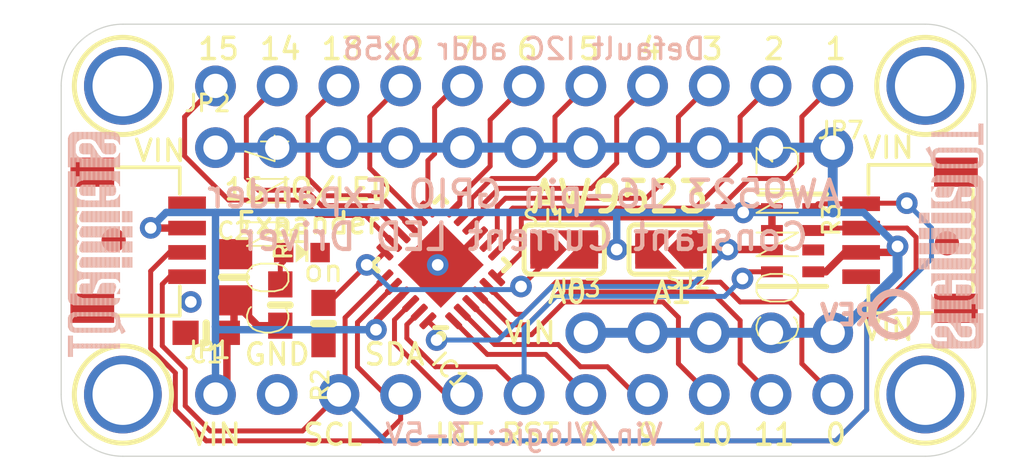
<source format=kicad_pcb>
(kicad_pcb (version 20211014) (generator pcbnew)
  (layers (0 "F.Cu" signal) (31 "B.Cu" signal) (34 "B.Paste" user) (35 "F.Paste" user) (36 "B.SilkS" user "B.Silkscreen") (37 "F.SilkS" user "F.Silkscreen") (38 "B.Mask" user) (39 "F.Mask" user) (44 "Edge.Cuts" user))
  (net 0 "")
  (net 1 "GND")
  (net 2 "SDA")
  (net 3 "SCL")
  (net 4 "INT")
  (net 5 "VCC")
  (net 6 "N$1")
  (net 7 "RST")
  (net 8 "P1_7")
  (net 9 "P1_6")
  (net 10 "P1_5")
  (net 11 "P1_4")
  (net 12 "P0_7")
  (net 13 "P0_6")
  (net 14 "P0_5")
  (net 15 "P0_4")
  (net 16 "P0_3")
  (net 17 "P0_2")
  (net 18 "P0_1")
  (net 19 "P1_0")
  (net 20 "P1_1")
  (net 21 "P1_2")
  (net 22 "P0_0")
  (net 23 "P1_3")
  (net 24 "A0")
  (net 25 "A1")
  (footprint "boardEagle:QFN24_4MM_SMSC" (layer "F.Cu") (at 145.0721 106.0196 135)
    (fp_text reference "IC1" (at -2.450001 -2.800002 -45) (layer "F.SilkS") (effects (font (size 0.692831 0.692831) (thickness 0.119969)) (justify left)))
    (fp_text value "AW9523")
    (pad "1" smd roundrect (at -2 -1.25 315) (size 0.8 0.28) (layers "F.Cu" "F.Paste" "F.Mask") (net 19 "P1_0"))
    (pad "2" smd roundrect (at -2 -0.75 315) (size 0.8 0.28) (layers "F.Cu" "F.Paste" "F.Mask") (net 20 "P1_1"))
    (pad "3" smd roundrect (at -2 -0.25 315) (size 0.8 0.28) (layers "F.Cu" "F.Paste" "F.Mask") (net 21 "P1_2"))
    (pad "4" smd roundrect (at -2 0.25 315) (size 0.8 0.28) (layers "F.Cu" "F.Paste" "F.Mask") (net 23 "P1_3"))
    (pad "5" smd roundrect (at -2 0.75 315) (size 0.8 0.28) (layers "F.Cu" "F.Paste" "F.Mask") (net 22 "P0_0"))
    (pad "6" smd roundrect (at -2 1.25 315) (size 0.8 0.28) (layers "F.Cu" "F.Paste" "F.Mask") (net 18 "P0_1"))
    (pad "7" smd roundrect (at -1.25 2 225) (size 0.8 0.28) (layers "F.Cu" "F.Paste" "F.Mask") (net 17 "P0_2"))
    (pad "8" smd roundrect (at -0.75 2 225) (size 0.8 0.28) (layers "F.Cu" "F.Paste" "F.Mask") (net 16 "P0_3"))
    (pad "9" smd roundrect (at -0.25 2 225) (size 0.8 0.28) (layers "F.Cu" "F.Paste" "F.Mask") (net 1 "GND"))
    (pad "10" smd roundrect (at 0.25 2 225) (size 0.8 0.28) (layers "F.Cu" "F.Paste" "F.Mask") (net 15 "P0_4"))
    (pad "11" smd roundrect (at 0.75 2 225) (size 0.8 0.28) (layers "F.Cu" "F.Paste" "F.Mask") (net 14 "P0_5"))
    (pad "12" smd roundrect (at 1.25 2 225) (size 0.8 0.28) (layers "F.Cu" "F.Paste" "F.Mask") (net 13 "P0_6"))
    (pad "13" smd roundrect (at 2 1.25 135) (size 0.8 0.28) (layers "F.Cu" "F.Paste" "F.Mask") (net 12 "P0_7"))
    (pad "14" smd roundrect (at 2 0.75 135) (size 0.8 0.28) (layers "F.Cu" "F.Paste" "F.Mask") (net 11 "P1_4"))
    (pad "15" smd roundrect (at 2 0.25 135) (size 0.8 0.28) (layers "F.Cu" "F.Paste" "F.Mask") (net 10 "P1_5"))
    (pad "16" smd roundrect (at 2 -0.25 135) (size 0.8 0.28) (layers "F.Cu" "F.Paste" "F.Mask") (net 9 "P1_6"))
    (pad "17" smd roundrect (at 2 -0.75 135) (size 0.8 0.28) (layers "F.Cu" "F.Paste" "F.Mask") (net 8 "P1_7"))
    (pad "18" smd roundrect (at 2 -1.25 135) (size 0.8 0.28) (layers "F.Cu" "F.Paste" "F.Mask") (net 24 "A0"))
    (pad "19" smd roundrect (at 1.25 -2 45) (size 0.8 0.28) (layers "F.Cu" "F.Paste" "F.Mask") (net 3 "SCL"))
    (pad "20" smd roundrect (at 0.75 -2 45) (size 0.8 0.28) (layers "F.Cu" "F.Paste" "F.Mask") (net 2 "SDA"))
    (pad "21" smd roundrect (at 0.25 -2 45) (size 0.8 0.28) (layers "F.Cu" "F.Paste" "F.Mask") (net 5 "VCC"))
    (pad "22" smd roundrect (at -0.25 -2 45) (size 0.8 0.28) (layers "F.Cu" "F.Paste" "F.Mask") (net 4 "INT"))
    (pad "23" smd roundrect (at -0.75 -2 45) (size 0.8 0.28) (layers "F.Cu" "F.Paste" "F.Mask") (net 7 "RST"))
    (pad "24" smd roundrect (at -1.25 -2 45) (size 0.8 0.28) (layers "F.Cu" "F.Paste" "F.Mask") (net 25 "A1"))
    (pad "THERM" smd rect (at 0 0 135) (size 2.5 2.5) (layers "F.Cu" "F.Mask") (net 1 "GND"))
  )
  (footprint "boardEagle:FIDUCIAL_1MM" (layer "F.Cu") (at 131.6101 105.0036)
    (fp_text reference "FID3" hide)
    (fp_text value "FIDUCIAL_1MM" hide)
    (pad "1" smd roundrect (at 0 0) (size 1 1) (layers "F.Cu" "F.Mask") (roundrect_rratio 0.5))
  )
  (footprint "boardEagle:JST_SH4" (layer "F.Cu") (at 132.1181 105.0036 -90)
    (fp_text reference "CONN4" (at -4.6 -5.9 90) (layer "F.SilkS") (effects (font (size 1.703222 1.703222) (thickness 0.074778)) (justify right)))
    (fp_text value "STEMMA_I2C_QT" hide)
    (pad "1" smd rect (at -1.5 -2.514) (size 1.55 0.6) (layers "F.Cu" "F.Paste" "F.Mask") (net 1 "GND"))
    (pad "2" smd rect (at -0.5 -2.514) (size 1.55 0.6) (layers "F.Cu" "F.Paste" "F.Mask") (net 5 "VCC"))
    (pad "3" smd rect (at 0.5 -2.514) (size 1.55 0.6) (layers "F.Cu" "F.Paste" "F.Mask") (net 2 "SDA"))
    (pad "4" smd rect (at 1.5 -2.514) (size 1.55 0.6) (layers "F.Cu" "F.Paste" "F.Mask") (net 3 "SCL"))
    (pad "MT1" smd rect (at -2.8 1.386) (size 1.8 1.2) (layers "F.Cu" "F.Paste" "F.Mask") (net 1 "GND"))
    (pad "MT2" smd rect (at 2.8 1.386) (size 1.8 1.2) (layers "F.Cu" "F.Paste" "F.Mask") (net 1 "GND"))
  )
  (footprint "boardEagle:0603-NO" (layer "F.Cu") (at 140.2461 108.4326 -90)
    (fp_text reference "R2" (at 1.778 0.127 90) (layer "F.SilkS") (effects (font (size 0.692831 0.692831) (thickness 0.119969)) (justify right)))
    (fp_text value "10K")
    (pad "1" smd rect (at -0.85 0 270) (size 1.075 1) (layers "F.Cu" "F.Paste" "F.Mask") (net 24 "A0"))
    (pad "2" smd rect (at 0.85 0 270) (size 1.075 1) (layers "F.Cu" "F.Paste" "F.Mask") (net 1 "GND"))
  )
  (footprint "boardEagle:JST_SH4" (layer "F.Cu") (at 164.8841 105.0036 90)
    (fp_text reference "CONN3" (at -4.6 -5.9 90) (layer "F.SilkS") (effects (font (size 1.703222 1.703222) (thickness 0.074778)) (justify left)))
    (fp_text value "STEMMA_I2C_QT" hide)
    (pad "1" smd rect (at -1.5 -2.514 180) (size 1.55 0.6) (layers "F.Cu" "F.Paste" "F.Mask") (net 1 "GND"))
    (pad "2" smd rect (at -0.5 -2.514 180) (size 1.55 0.6) (layers "F.Cu" "F.Paste" "F.Mask") (net 5 "VCC"))
    (pad "3" smd rect (at 0.5 -2.514 180) (size 1.55 0.6) (layers "F.Cu" "F.Paste" "F.Mask") (net 2 "SDA"))
    (pad "4" smd rect (at 1.5 -2.514 180) (size 1.55 0.6) (layers "F.Cu" "F.Paste" "F.Mask") (net 3 "SCL"))
    (pad "MT1" smd rect (at -2.8 1.386 180) (size 1.8 1.2) (layers "F.Cu" "F.Paste" "F.Mask") (net 1 "GND"))
    (pad "MT2" smd rect (at 2.8 1.386 180) (size 1.8 1.2) (layers "F.Cu" "F.Paste" "F.Mask") (net 1 "GND"))
  )
  (footprint "boardEagle:0805-NO" (layer "F.Cu") (at 136.5631 106.5276 90)
    (fp_text reference "C2" (at 1.905 -0.762) (layer "F.SilkS") (effects (font (size 0.692831 0.692831) (thickness 0.119969)) (justify left)))
    (fp_text value "10uF")
    (pad "1" smd rect (at -0.95 0 90) (size 1.24 1.5) (layers "F.Cu" "F.Paste" "F.Mask") (net 5 "VCC"))
    (pad "2" smd rect (at 0.95 0 90) (size 1.24 1.5) (layers "F.Cu" "F.Paste" "F.Mask") (net 1 "GND"))
  )
  (footprint "boardEagle:MOUNTINGHOLE_2.5_PLATED" (layer "F.Cu") (at 165.0111 111.3536)
    (fp_text reference "U$21" hide)
    (fp_text value "MOUNTINGHOLE2.5" hide)
    (pad "P$1" thru_hole circle (at 0 0) (size 3.2 3.2) (drill 2.5) (layers *.Cu *.Mask))
  )
  (footprint "boardEagle:MOUNTINGHOLE_2.5_PLATED" (layer "F.Cu") (at 131.9911 111.3536)
    (fp_text reference "U$19" hide)
    (fp_text value "MOUNTINGHOLE2.5" hide)
    (pad "P$1" thru_hole circle (at 0 0) (size 3.2 3.2) (drill 2.5) (layers *.Cu *.Mask))
  )
  (footprint "boardEagle:0603-NO" (layer "F.Cu") (at 135.4201 108.8136 180)
    (fp_text reference "C1" (at -0.762 -0.889) (layer "F.SilkS") (effects (font (size 0.692831 0.692831) (thickness 0.119969)) (justify right)))
    (fp_text value "0.1uF")
    (pad "1" smd rect (at -0.85 0 180) (size 1.075 1) (layers "F.Cu" "F.Paste" "F.Mask") (net 5 "VCC"))
    (pad "2" smd rect (at 0.85 0 180) (size 1.075 1) (layers "F.Cu" "F.Paste" "F.Mask") (net 1 "GND"))
  )
  (footprint "boardEagle:1X05_ROUND" (layer "F.Cu") (at 156.1211 108.8136)
    (fp_text reference "JP3" (at -6.4262 -1.8288) (layer "F.SilkS") (effects (font (size 0.692831 0.692831) (thickness 0.119969)) (justify left)))
    (fp_text value "")
    (pad "1" thru_hole circle (at -5.08 0 90) (size 1.6764 1.6764) (drill 1) (layers *.Cu *.Mask) (net 5 "VCC"))
    (pad "2" thru_hole circle (at -2.54 0 90) (size 1.6764 1.6764) (drill 1) (layers *.Cu *.Mask) (net 5 "VCC"))
    (pad "3" thru_hole circle (at 0 0 90) (size 1.6764 1.6764) (drill 1) (layers *.Cu *.Mask) (net 5 "VCC"))
    (pad "4" thru_hole circle (at 2.54 0 90) (size 1.6764 1.6764) (drill 1) (layers *.Cu *.Mask) (net 5 "VCC"))
    (pad "5" thru_hole circle (at 5.08 0 90) (size 1.6764 1.6764) (drill 1) (layers *.Cu *.Mask) (net 5 "VCC"))
  )
  (footprint "boardEagle:RESPACK_4X0603" (layer "F.Cu") (at 159.5501 105.0036 -90)
    (fp_text reference "R3" (at -1.6 -1.6 90) (layer "F.SilkS") (effects (font (size 0.692831 0.692831) (thickness 0.119969)) (justify right)))
    (fp_text value "10K")
    (pad "1" smd rect (at -1.3 0.85 270) (size 0.45 0.9) (layers "F.Cu" "F.Paste" "F.Mask") (net 5 "VCC"))
    (pad "2" smd rect (at -0.4 0.85 270) (size 0.45 0.9) (layers "F.Cu" "F.Paste" "F.Mask") (net 5 "VCC"))
    (pad "3" smd rect (at 0.4 0.85 270) (size 0.45 0.9) (layers "F.Cu" "F.Paste" "F.Mask") (net 25 "A1"))
    (pad "4" smd rect (at 1.3 0.85 270) (size 0.45 0.9) (layers "F.Cu" "F.Paste" "F.Mask") (net 7 "RST"))
    (pad "5" smd rect (at 1.3 -0.85 270) (size 0.45 0.9) (layers "F.Cu" "F.Paste" "F.Mask") (net 5 "VCC"))
    (pad "6" smd rect (at 0.4 -0.85 270) (size 0.45 0.9) (layers "F.Cu" "F.Paste" "F.Mask") (net 1 "GND"))
    (pad "7" smd rect (at -0.4 -0.85 270) (size 0.45 0.9) (layers "F.Cu" "F.Paste" "F.Mask") (net 2 "SDA"))
    (pad "8" smd rect (at -1.3 -0.85 270) (size 0.45 0.9) (layers "F.Cu" "F.Paste" "F.Mask") (net 3 "SCL"))
  )
  (footprint "boardEagle:1X11_ROUND" (layer "F.Cu") (at 148.5011 111.3536)
    (fp_text reference "JP1" (at -14.0462 -1.8288) (layer "F.SilkS") (effects (font (size 0.692831 0.692831) (thickness 0.119969)) (justify left)))
    (fp_text value "")
    (pad "1" thru_hole circle (at -12.7 0 90) (size 1.6764 1.6764) (drill 1) (layers *.Cu *.Mask) (net 5 "VCC"))
    (pad "2" thru_hole circle (at -10.16 0 90) (size 1.6764 1.6764) (drill 1) (layers *.Cu *.Mask) (net 1 "GND"))
    (pad "3" thru_hole circle (at -7.62 0 90) (size 1.6764 1.6764) (drill 1) (layers *.Cu *.Mask) (net 3 "SCL"))
    (pad "4" thru_hole circle (at -5.08 0 90) (size 1.6764 1.6764) (drill 1) (layers *.Cu *.Mask) (net 2 "SDA"))
    (pad "5" thru_hole circle (at -2.54 0 90) (size 1.6764 1.6764) (drill 1) (layers *.Cu *.Mask) (net 4 "INT"))
    (pad "6" thru_hole circle (at 0 0 90) (size 1.6764 1.6764) (drill 1) (layers *.Cu *.Mask) (net 7 "RST"))
    (pad "7" thru_hole circle (at 2.54 0 90) (size 1.6764 1.6764) (drill 1) (layers *.Cu *.Mask) (net 19 "P1_0"))
    (pad "8" thru_hole circle (at 5.08 0 90) (size 1.6764 1.6764) (drill 1) (layers *.Cu *.Mask) (net 20 "P1_1"))
    (pad "9" thru_hole circle (at 7.62 0 90) (size 1.6764 1.6764) (drill 1) (layers *.Cu *.Mask) (net 21 "P1_2"))
    (pad "10" thru_hole circle (at 10.16 0 90) (size 1.6764 1.6764) (drill 1) (layers *.Cu *.Mask) (net 23 "P1_3"))
    (pad "11" thru_hole circle (at 12.7 0 90) (size 1.6764 1.6764) (drill 1) (layers *.Cu *.Mask) (net 22 "P0_0"))
  )
  (footprint "boardEagle:MOUNTINGHOLE_2.5_PLATED" (layer "F.Cu") (at 165.0111 98.6536)
    (fp_text reference "U$17" hide)
    (fp_text value "MOUNTINGHOLE2.5" hide)
    (pad "P$1" thru_hole circle (at 0 0) (size 3.2 3.2) (drill 2.5) (layers *.Cu *.Mask))
  )
  (footprint "boardEagle:1X11_ROUND" (layer "F.Cu") (at 148.5011 98.6536 180)
    (fp_text reference "JP7" (at -14.0462 -1.8288) (layer "F.SilkS") (effects (font (size 0.692831 0.692831) (thickness 0.119969)) (justify right)))
    (fp_text value "")
    (pad "1" thru_hole circle (at -12.7 0 270) (size 1.6764 1.6764) (drill 1) (layers *.Cu *.Mask) (net 18 "P0_1"))
    (pad "2" thru_hole circle (at -10.16 0 270) (size 1.6764 1.6764) (drill 1) (layers *.Cu *.Mask) (net 17 "P0_2"))
    (pad "3" thru_hole circle (at -7.62 0 270) (size 1.6764 1.6764) (drill 1) (layers *.Cu *.Mask) (net 16 "P0_3"))
    (pad "4" thru_hole circle (at -5.08 0 270) (size 1.6764 1.6764) (drill 1) (layers *.Cu *.Mask) (net 15 "P0_4"))
    (pad "5" thru_hole circle (at -2.54 0 270) (size 1.6764 1.6764) (drill 1) (layers *.Cu *.Mask) (net 14 "P0_5"))
    (pad "6" thru_hole circle (at 0 0 270) (size 1.6764 1.6764) (drill 1) (layers *.Cu *.Mask) (net 13 "P0_6"))
    (pad "7" thru_hole circle (at 2.54 0 270) (size 1.6764 1.6764) (drill 1) (layers *.Cu *.Mask) (net 12 "P0_7"))
    (pad "8" thru_hole circle (at 5.08 0 270) (size 1.6764 1.6764) (drill 1) (layers *.Cu *.Mask) (net 11 "P1_4"))
    (pad "9" thru_hole circle (at 7.62 0 270) (size 1.6764 1.6764) (drill 1) (layers *.Cu *.Mask) (net 10 "P1_5"))
    (pad "10" thru_hole circle (at 10.16 0 270) (size 1.6764 1.6764) (drill 1) (layers *.Cu *.Mask) (net 9 "P1_6"))
    (pad "11" thru_hole circle (at 12.7 0 270) (size 1.6764 1.6764) (drill 1) (layers *.Cu *.Mask) (net 8 "P1_7"))
  )
  (footprint "boardEagle:CHIPLED_0603_NOOUTLINE" (layer "F.Cu") (at 139.3571 105.5116 -90)
    (fp_text reference "D1" (at -0.762 1.27) (layer "F.SilkS") (effects (font (size 0.692831 0.692831) (thickness 0.119969)) (justify left)))
    (fp_text value "GREEN")
    (pad "A" smd rect (at 0 0.75 270) (size 0.8 0.8) (layers "F.Cu" "F.Paste" "F.Mask") (net 6 "N$1"))
    (pad "C" smd rect (at 0 -0.75 270) (size 0.8 0.8) (layers "F.Cu" "F.Paste" "F.Mask") (net 1 "GND"))
  )
  (footprint "boardEagle:MOUNTINGHOLE_2.5_PLATED" (layer "F.Cu") (at 131.9911 98.6536)
    (fp_text reference "U$1" hide)
    (fp_text value "MOUNTINGHOLE2.5" hide)
    (pad "P$1" thru_hole circle (at 0 0) (size 3.2 3.2) (drill 2.5) (layers *.Cu *.Mask))
  )
  (footprint "boardEagle:FIDUCIAL_1MM" (layer "F.Cu") (at 165.9001 105.1306)
    (fp_text reference "FID4" hide)
    (fp_text value "FIDUCIAL_1MM" hide)
    (pad "1" smd roundrect (at 0 0) (size 1 1) (layers "F.Cu" "F.Mask") (roundrect_rratio 0.5))
  )
  (footprint "boardEagle:1X11_ROUND" (layer "F.Cu") (at 148.5011 101.1936)
    (fp_text reference "JP2" (at -14.0462 -1.8288) (layer "F.SilkS") (effects (font (size 0.692831 0.692831) (thickness 0.119969)) (justify left)))
    (fp_text value "")
    (pad "1" thru_hole circle (at -12.7 0 90) (size 1.6764 1.6764) (drill 1) (layers *.Cu *.Mask) (net 5 "VCC"))
    (pad "2" thru_hole circle (at -10.16 0 90) (size 1.6764 1.6764) (drill 1) (layers *.Cu *.Mask) (net 5 "VCC"))
    (pad "3" thru_hole circle (at -7.62 0 90) (size 1.6764 1.6764) (drill 1) (layers *.Cu *.Mask) (net 5 "VCC"))
    (pad "4" thru_hole circle (at -5.08 0 90) (size 1.6764 1.6764) (drill 1) (layers *.Cu *.Mask) (net 5 "VCC"))
    (pad "5" thru_hole circle (at -2.54 0 90) (size 1.6764 1.6764) (drill 1) (layers *.Cu *.Mask) (net 5 "VCC"))
    (pad "6" thru_hole circle (at 0 0 90) (size 1.6764 1.6764) (drill 1) (layers *.Cu *.Mask) (net 5 "VCC"))
    (pad "7" thru_hole circle (at 2.54 0 90) (size 1.6764 1.6764) (drill 1) (layers *.Cu *.Mask) (net 5 "VCC"))
    (pad "8" thru_hole circle (at 5.08 0 90) (size 1.6764 1.6764) (drill 1) (layers *.Cu *.Mask) (net 5 "VCC"))
    (pad "9" thru_hole circle (at 7.62 0 90) (size 1.6764 1.6764) (drill 1) (layers *.Cu *.Mask) (net 5 "VCC"))
    (pad "10" thru_hole circle (at 10.16 0 90) (size 1.6764 1.6764) (drill 1) (layers *.Cu *.Mask) (net 5 "VCC"))
    (pad "11" thru_hole circle (at 12.7 0 90) (size 1.6764 1.6764) (drill 1) (layers *.Cu *.Mask) (net 5 "VCC"))
  )
  (footprint "boardEagle:SOLDERJUMPER_ARROW_NOPASTE" (layer "F.Cu") (at 150.1521 105.3846)
    (fp_text reference "SJ1" (at -1.778 -1.27) (layer "F.SilkS") (effects (font (size 0.692831 0.692831) (thickness 0.119969)) (justify left)))
    (fp_text value "")
    (fp_poly (pts (xy 1.3946 0.7882) (xy -0.315893 0.7882) (xy 0.443148 0) (xy -0.315893 -0.7882) (xy 1.3946 -0.7882)) (layer "F.Cu") (width 0) (fill solid))
    (fp_poly (pts (xy 0.106121 0.002663) (xy -0.679416 0.7882) (xy -1.3946 0.7882) (xy -1.3946 -0.7882) (xy -0.62715 -0.7882)) (layer "F.Cu") (width 0) (fill solid))
    (pad "1" smd roundrect (at -1.016 0) (size 0.762 1.524) (layers "F.Cu") (net 24 "A0"))
    (pad "2" smd roundrect (at 1.016 0) (size 0.762 1.524) (layers "F.Cu") (net 5 "VCC"))
  )
  (footprint "boardEagle:0603-NO" (layer "F.Cu") (at 138.4681 107.6706 90)
    (fp_text reference "R1" (at 1.778 0.127 90) (layer "F.SilkS") (effects (font (size 0.692831 0.692831) (thickness 0.119969)) (justify left)))
    (fp_text value "10K")
    (pad "1" smd rect (at -0.85 0 90) (size 1.075 1) (layers "F.Cu" "F.Paste" "F.Mask") (net 5 "VCC"))
    (pad "2" smd rect (at 0.85 0 90) (size 1.075 1) (layers "F.Cu" "F.Paste" "F.Mask") (net 6 "N$1"))
  )
  (footprint "boardEagle:SOLDERJUMPER_ARROW_NOPASTE" (layer "F.Cu") (at 154.4701 105.3846 180)
    (fp_text reference "SJ2" (at -1.778 -1.27) (layer "F.SilkS") (effects (font (size 0.692831 0.692831) (thickness 0.119969)) (justify right)))
    (fp_text value "")
    (fp_poly (pts (xy 1.3946 0.7882) (xy -0.315893 0.7882) (xy 0.443148 0) (xy -0.315893 -0.7882) (xy 1.3946 -0.7882)) (layer "F.Cu") (width 0) (fill solid))
    (fp_poly (pts (xy 0.106121 0.002663) (xy -0.679416 0.7882) (xy -1.3946 0.7882) (xy -1.3946 -0.7882) (xy -0.62715 -0.7882)) (layer "F.Cu") (width 0) (fill solid))
    (pad "1" smd roundrect (at -1.016 0 180) (size 0.762 1.524) (layers "F.Cu") (net 25 "A1"))
    (pad "2" smd roundrect (at 1.016 0 180) (size 0.762 1.524) (layers "F.Cu") (net 5 "VCC"))
  )
  (footprint "boardEagle:STEMMAQT" (layer "B.Cu") (at 132.3721 100.5586 -90)
    (fp_text reference "U$31" hide)
    (fp_text value "" hide)
  )
  (footprint "boardEagle:STEMMAQT" (layer "B.Cu") (at 164.7571 109.4486 90)
    (fp_text reference "U$30" hide)
    (fp_text value "" hide)
  )
  (footprint "boardEagle:PCBFEAT-REV-040" (layer "B.Cu") (at 163.7411 108.0516 180)
    (fp_text reference "U$2" hide)
    (fp_text value "" hide)
    (fp_text user ">REV" (at -0.3556 -0.508) (layer "B.SilkS") (effects (font (size 0.8128 0.8128) (thickness 0.2032)) (justify left bottom mirror)))
  )
  (gr_line (start 129.4511 98.6536) (end 129.4511 111.3536) (layer "Edge.Cuts") (width 0.05))
  (gr_arc (start 165.0111 96.1136) (mid 166.807151 96.857549) (end 167.5511 98.6536) (layer "Edge.Cuts") (width 0.05))
  (gr_arc (start 167.5511 111.3536) (mid 166.807151 113.149651) (end 165.0111 113.8936) (layer "Edge.Cuts") (width 0.05))
  (gr_arc (start 129.4511 98.6536) (mid 130.195049 96.857549) (end 131.9911 96.1136) (layer "Edge.Cuts") (width 0.05))
  (gr_line (start 167.5511 111.3536) (end 167.5511 98.6536) (layer "Edge.Cuts") (width 0.05))
  (gr_line (start 131.9911 113.8936) (end 165.0111 113.8936) (layer "Edge.Cuts") (width 0.05))
  (gr_line (start 165.0111 96.1136) (end 131.9911 96.1136) (layer "Edge.Cuts") (width 0.05))
  (gr_arc (start 131.9911 113.8936) (mid 130.195049 113.149651) (end 129.4511 111.3536) (layer "Edge.Cuts") (width 0.05))
  (gr_text "Default I2C addr 0x58" (at 148.5011 97.1296) (layer "B.SilkS") (effects (font (size 0.87376 0.87376) (thickness 0.14224)) (justify mirror)))
  (gr_text "Vin/Vlogic: 3-5V" (at 148.5011 113.0046) (layer "B.SilkS") (effects (font (size 0.87376 0.87376) (thickness 0.14224)) (justify mirror)))
  (gr_text "AW9523 16-pin GPIO Expander\nConstant Current LED Driver" (at 148.5011 103.9876) (layer "B.SilkS") (effects (font (size 1.0922 1.0922) (thickness 0.1778)) (justify mirror)))
  (gr_text "5" (at 151.1681 97.1296) (layer "F.SilkS") (effects (font (size 0.87376 0.87376) (thickness 0.14224))))
  (gr_text "VIN" (at 163.4871 101.1936) (layer "F.SilkS") (effects (font (size 0.87376 0.87376) (thickness 0.14224))))
  (gr_text "GND" (at 138.3411 109.7026) (layer "F.SilkS") (effects (font (size 0.87376 0.87376) (thickness 0.14224))))
  (gr_text "15" (at 135.9281 97.1296) (layer "F.SilkS") (effects (font (size 0.87376 0.87376) (thickness 0.14224))))
  (gr_text "3" (at 156.2481 97.1296) (layer "F.SilkS") (effects (font (size 0.87376 0.87376) (thickness 0.14224))))
  (gr_text "VIN" (at 133.5151 101.3206) (layer "F.SilkS") (effects (font (size 0.87376 0.87376) (thickness 0.14224))))
  (gr_text "10" (at 156.2481 113.0046) (layer "F.SilkS") (effects (font (size 0.87376 0.87376) (thickness 0.14224))))
  (gr_text "A1" (at 154.5971 107.1626) (layer "F.SilkS") (effects (font (size 0.87376 0.87376) (thickness 0.14224))))
  (gr_text "0" (at 161.3281 113.0046) (layer "F.SilkS") (effects (font (size 0.87376 0.87376) (thickness 0.14224))))
  (gr_text "9" (at 153.5811 113.0046) (layer "F.SilkS") (effects (font (size 0.87376 0.87376) (thickness 0.14224))))
  (gr_text "VIN" (at 163.4871 108.6866) (layer "F.SilkS") (effects (font (size 0.87376 0.87376) (thickness 0.14224))))
  (gr_text "14" (at 138.4681 97.1296) (layer "F.SilkS") (effects (font (size 0.87376 0.87376) (thickness 0.14224))))
  (gr_text "INT" (at 145.8341 113.0046) (layer "F.SilkS") (effects (font (size 0.87376 0.87376) (thickness 0.14224))))
  (gr_text "13" (at 141.0081 97.1296) (layer "F.SilkS") (effects (font (size 0.87376 0.87376) (thickness 0.14224))))
  (gr_text "7" (at 146.0881 97.1296) (layer "F.SilkS") (effects (font (size 0.87376 0.87376) (thickness 0.14224))))
  (gr_text "16 IO/LED\nExpander" (at 139.6111 103.6066) (layer "F.SilkS") (effects (font (size 0.8636 0.8636) (thickness 0.1524))))
  (gr_text "2" (at 158.7881 97.1296) (layer "F.SilkS") (effects (font (size 0.87376 0.87376) (thickness 0.14224))))
  (gr_text "VIN" (at 148.7551 108.8136) (layer "F.SilkS") (effects (font (size 0.87376 0.87376) (thickness 0.14224))))
  (gr_text "4" (at 153.7081 97.1296) (layer "F.SilkS") (effects (font (size 0.87376 0.87376) (thickness 0.14224))))
  (gr_text "A0" (at 150.2791 107.1626) (layer "F.SilkS") (effects (font (size 0.87376 0.87376) (thickness 0.14224))))
  (gr_text "8" (at 151.1681 113.0046) (layer "F.SilkS") (effects (font (size 0.87376 0.87376) (thickness 0.14224))))
  (gr_text "11" (at 158.7881 113.0046) (layer "F.SilkS") (effects (font (size 0.87376 0.87376) (thickness 0.14224))))
  (gr_text "12" (at 143.5481 97.1296) (layer "F.SilkS") (effects (font (size 0.87376 0.87376) (thickness 0.14224))))
  (gr_text "AW9523" (at 152.4381 103.2256) (layer "F.SilkS") (effects (font (size 1.25222 1.25222) (thickness 0.22098))))
  (gr_text "RST" (at 148.7551 113.0046) (layer "F.SilkS") (effects (font (size 0.87376 0.87376) (thickness 0.14224))))
  (gr_text "on" (at 139.3571 106.7816) (layer "F.SilkS") (effects (font (size 0.89408 0.89408) (thickness 0.12192)) (justify left bottom)))
  (gr_text "6" (at 148.6281 97.1296) (layer "F.SilkS") (effects (font (size 0.87376 0.87376) (thickness 0.14224))))
  (gr_text "SDA" (at 143.1671 109.7026) (layer "F.SilkS") (effects (font (size 0.87376 0.87376) (thickness 0.14224))))
  (gr_text "VIN" (at 135.8011 113.0046) (layer "F.SilkS") (effects (font (size 0.87376 0.87376) (thickness 0.14224))))
  (gr_text "SCL" (at 140.6271 113.0046) (layer "F.SilkS") (effects (font (size 0.87376 0.87376) (thickness 0.14224))))
  (gr_text "1" (at 161.3281 97.1296) (layer "F.SilkS") (effects (font (size 0.87376 0.87376) (thickness 0.14224))))
  (segment (start 145.0721 106.0196) (end 145.425653 106.0196) (width 0.3048) (layer "F.Cu") (net 1))
  (segment (start 145.0721 106.0196) (end 144.9451 106.0196) (width 0.3048) (layer "F.Cu") (net 1))
  (segment (start 146.663087 104.782166) (end 145.425653 106.0196) (width 0.3048) (layer "F.Cu") (net 1))
  (via (at 144.9451 106.0196) (size 0.889) (drill 0.4826) (layers "F.Cu" "B.Cu") (net 1))
  (via (at 134.7851 107.5436) (size 0.889) (drill 0.4826) (layers "F.Cu" "B.Cu") (net 1))
  (segment (start 134.6321 105.5036) (end 133.9041 105.5036) (width 0.2032) (layer "F.Cu") (net 2))
  (segment (start 143.127556 106.903485) (end 141.6431 108.387941) (width 0.2032) (layer "F.Cu") (net 2))
  (segment (start 142.7861 111.3536) (end 141.6431 110.2106) (width 0.2032) (layer "F.Cu") (net 2))
  (segment (start 141.6431 108.387941) (end 141.6431 110.2106) (width 0.2032) (layer "F.Cu") (net 2))
  (segment (start 142.7861 111.3536) (end 143.4211 111.3536) (width 0.2032) (layer "F.Cu") (net 2))
  (segment (start 134.1501 111.9886) (end 135.4201 113.2586) (width 0.2032) (layer "F.Cu") (net 2))
  (segment (start 162.5981 111.9886) (end 162.5981 108.3056) (width 0.2032) (layer "F.Cu") (net 2))
  (segment (start 143.4211 112.3696) (end 143.4211 111.3536) (width 0.2032) (layer "F.Cu") (net 2))
  (segment (start 142.5321 113.2586) (end 161.3281 113.2586) (width 0.2032) (layer "F.Cu") (net 2))
  (segment (start 164.6301 106.2736) (end 162.5981 108.3056) (width 0.2032) (layer "F.Cu") (net 2))
  (segment (start 134.1501 110.4646) (end 134.1501 111.9886) (width 0.2032) (layer "F.Cu") (net 2))
  (segment (start 160.5001 104.5036) (end 160.4001 104.6036) (width 0.2032) (layer "F.Cu") (net 2))
  (segment (start 162.3701 104.5036) (end 160.5001 104.5036) (width 0.2032) (layer "F.Cu") (net 2))
  (segment (start 164.2571 104.5036) (end 164.6301 104.8766) (width 0.2032) (layer "F.Cu") (net 2))
  (segment (start 133.1341 106.2736) (end 133.1341 109.4486) (width 0.2032) (layer "F.Cu") (net 2))
  (segment (start 164.6301 104.8766) (end 164.6301 106.2736) (width 0.2032) (layer "F.Cu") (net 2))
  (segment (start 162.3701 104.5036) (end 164.2571 104.5036) (width 0.2032) (layer "F.Cu") (net 2))
  (segment (start 142.5321 113.2586) (end 143.4211 112.3696) (width 0.2032) (layer "F.Cu") (net 2))
  (segment (start 161.3281 113.2586) (end 162.5981 111.9886) (width 0.2032) (layer "F.Cu") (net 2))
  (segment (start 133.1341 109.4486) (end 134.1501 110.4646) (width 0.2032) (layer "F.Cu") (net 2))
  (segment (start 133.9041 105.5036) (end 133.1341 106.2736) (width 0.2032) (layer "F.Cu") (net 2))
  (segment (start 135.4201 113.2586) (end 142.5321 113.2586) (width 0.2032) (layer "F.Cu") (net 2))
  (segment (start 133.611968 109.351732) (end 133.611968 106.811732) (width 0.2032) (layer "F.Cu") (net 3))
  (segment (start 164.2491 103.4796) (end 162.3941 103.4796) (width 0.2032) (layer "F.Cu") (net 3))
  (segment (start 141.1351 111.0996) (end 140.8811 111.3536) (width 0.2032) (layer "F.Cu") (net 3))
  (segment (start 141.1351 108.188832) (end 141.1351 111.0996) (width 0.2032) (layer "F.Cu") (net 3))
  (segment (start 162.3701 103.5036) (end 162.3941 103.4796) (width 0.2032) (layer "F.Cu") (net 3))
  (segment (start 133.9201 106.5036) (end 134.6321 106.5036) (width 0.2032) (layer "F.Cu") (net 3))
  (segment (start 162.3701 103.5036) (end 160.6001 103.5036) (width 0.2032) (layer "F.Cu") (net 3))
  (segment (start 139.3825 112.8522) (end 135.588437 112.8522) (width 0.2032) (layer "F.Cu") (net 3))
  (segment (start 133.611968 106.811732) (end 133.9201 106.5036) (width 0.2032) (layer "F.Cu") (net 3))
  (segment (start 139.3825 112.8522) (end 140.8811 111.3536) (width 0.2032) (layer "F.Cu") (net 3))
  (segment (start 142.774 106.549932) (end 141.1351 108.188832) (width 0.2032) (layer "F.Cu") (net 3))
  (segment (start 134.5565 110.296263) (end 133.611968 109.351732) (width 0.2032) (layer "F.Cu") (net 3))
  (segment (start 134.5565 111.820263) (end 134.5565 110.296263) (width 0.2032) (layer "F.Cu") (net 3))
  (segment (start 160.6001 103.5036) (end 160.4001 103.7036) (width 0.2032) (layer "F.Cu") (net 3))
  (segment (start 135.588437 112.8522) (end 134.5565 111.820263) (width 0.2032) (layer "F.Cu") (net 3))
  (via (at 164.2491 103.4796) (size 0.889) (drill 0.4826) (layers "F.Cu" "B.Cu") (net 3))
  (segment (start 142.7861 113.2586) (end 161.3281 113.2586) (width 0.2032) (layer "B.Cu") (net 3))
  (segment (start 161.3281 113.2586) (end 162.5981 111.9886) (width 0.2032) (layer "B.Cu") (net 3))
  (segment (start 165.2651 104.4956) (end 164.2491 103.4796) (width 0.2032) (layer "B.Cu") (net 3))
  (segment (start 162.5981 108.4326) (end 165.2651 105.7656) (width 0.2032) (layer "B.Cu") (net 3))
  (segment (start 140.8811 111.3536) (end 142.7861 113.2586) (width 0.2032) (layer "B.Cu") (net 3))
  (segment (start 162.5981 111.9886) (end 162.5981 108.4326) (width 0.2032) (layer "B.Cu") (net 3))
  (segment (start 165.2651 104.4956) (end 165.2651 105.7656) (width 0.2032) (layer "B.Cu") (net 3))
  (segment (start 143.1671 108.278154) (end 143.1671 109.22915) (width 0.2032) (layer "F.Cu") (net 4))
  (segment (start 143.1671 109.22915) (end 145.29155 111.3536) (width 0.2032) (layer "F.Cu") (net 4))
  (segment (start 143.834662 107.610591) (end 143.1671 108.278154) (width 0.2032) (layer "F.Cu") (net 4))
  (segment (start 145.29155 111.3536) (end 145.9611 111.3536) (width 0.2032) (layer "F.Cu") (net 4))
  (segment (start 158.7001 104.6036) (end 158.7001 103.7036) (width 0.3048) (layer "F.Cu") (net 5))
  (segment (start 151.1681 105.3846) (end 152.3111 105.3846) (width 0.3048) (layer "F.Cu") (net 5))
  (segment (start 136.2701 108.8136) (end 136.2701 110.8846) (width 0.3048) (layer "F.Cu") (net 5))
  (segment (start 157.6751 103.7036) (end 157.5181 103.8606) (width 0.3048) (layer "F.Cu") (net 5))
  (segment (start 133.1421 104.5036) (end 133.1341 104.4956) (width 0.3048) (layer "F.Cu") (net 5))
  (segment (start 162.3701 105.5036) (end 163.6221 105.5036) (width 0.3048) (layer "F.Cu") (net 5))
  (segment (start 160.4001 106.3036) (end 160.9171 106.3036) (width 0.3048) (layer "F.Cu") (net 5))
  (segment (start 161.7171 105.5036) (end 162.3701 105.5036) (width 0.3048) (layer "F.Cu") (net 5))
  (segment (start 137.5401 108.5206) (end 136.5631 107.5436) (width 0.3048) (layer "F.Cu") (net 5))
  (segment (start 136.5631 108.5206) (end 136.2701 108.8136) (width 0.3048) (layer "F.Cu") (net 5))
  (segment (start 138.4681 108.5206) (end 137.5401 108.5206) (width 0.3048) (layer "F.Cu") (net 5))
  (segment (start 134.6321 104.5036) (end 133.1421 104.5036) (width 0.3048) (layer "F.Cu") (net 5))
  (segment (start 136.5631 107.5436) (end 136.5631 108.5206) (width 0.3048) (layer "F.Cu") (net 5))
  (segment (start 158.7001 103.7036) (end 157.6751 103.7036) (width 0.3048) (layer "F.Cu") (net 5))
  (segment (start 160.9171 106.3036) (end 161.7171 105.5036) (width 0.3048) (layer "F.Cu") (net 5))
  (segment (start 142.404606 108.686107) (end 142.4559 108.634813) (width 0.3048) (layer "F.Cu") (net 5))
  (segment (start 136.2701 110.8846) (end 135.8011 111.3536) (width 0.3048) (layer "F.Cu") (net 5))
  (segment (start 152.3111 105.3846) (end 153.4541 105.3846) (width 0.3048) (layer "F.Cu") (net 5))
  (segment (start 143.481109 107.257038) (end 142.4559 108.282247) (width 0.3048) (layer "F.Cu") (net 5))
  (segment (start 142.4559 108.282247) (end 142.4559 108.634813) (width 0.3048) (layer "F.Cu") (net 5))
  (segment (start 163.6221 105.5036) (end 163.8681 105.2576) (width 0.3048) (layer "F.Cu") (net 5))
  (segment (start 136.5631 107.4776) (end 136.5631 107.5436) (width 0.3048) (layer "F.Cu") (net 5))
  (via (at 133.1341 104.4956) (size 0.889) (drill 0.4826) (layers "F.Cu" "B.Cu") (net 5))
  (via (at 157.5181 103.8606) (size 0.889) (drill 0.4826) (layers "F.Cu" "B.Cu") (net 5))
  (via (at 142.404606 108.686107) (size 0.889) (drill 0.4826) (layers "F.Cu" "B.Cu") (net 5))
  (via (at 163.8681 105.2576) (size 0.889) (drill 0.4826) (layers "F.Cu" "B.Cu") (net 5))
  (via (at 152.3111 105.3846) (size 0.889) (drill 0.4826) (layers "F.Cu" "B.Cu") (net 5))
  (segment (start 138.3411 101.1936) (end 140.8811 101.1936) (width 0.4064) (layer "B.Cu") (net 5))
  (segment (start 161.4551 108.8136) (end 161.2011 108.8136) (width 0.4064) (layer "B.Cu") (net 5))
  (segment (start 163.8681 105.2576) (end 163.8681 106.4006) (width 0.4064) (layer "B.Cu") (net 5))
  (segment (start 135.8011 101.1936) (end 138.3411 101.1936) (width 0.4064) (layer "B.Cu") (net 5))
  (segment (start 140.8811 101.1936) (end 143.4211 101.1936) (width 0.4064) (layer "B.Cu") (net 5))
  (segment (start 161.2011 103.8606) (end 157.5181 103.8606) (width 0.3048) (layer "B.Cu") (net 5))
  (segment (start 162.4711 103.8606) (end 161.2011 103.8606) (width 0.3048) (layer "B.Cu") (net 5))
  (segment (start 163.8681 106.4006) (end 161.4551 108.8136) (width 0.4064) (layer "B.Cu") (net 5))
  (segment (start 153.5811 101.1936) (end 151.0411 101.1936) (width 0.4064) (layer "B.Cu") (net 5))
  (segment (start 143.4211 101.1936) (end 145.9611 101.1936) (width 0.4064) (layer "B.Cu") (net 5))
  (segment (start 152.3111 103.8606) (end 135.8011 103.8606) (width 0.3048) (layer "B.Cu") (net 5))
  (segment (start 153.5811 108.8136) (end 156.1211 108.8136) (width 0.4064) (layer "B.Cu") (net 5))
  (segment (start 135.927606 108.686107) (end 135.8011 108.5596) (width 0.3048) (layer "B.Cu") (net 5))
  (segment (start 152.3111 105.3846) (end 152.3111 103.8606) (width 0.3048) (layer "B.Cu") (net 5))
  (segment (start 135.8011 108.5596) (end 135.8011 111.3536) (width 0.3048) (layer "B.Cu") (net 5))
  (segment (start 148.5011 101.1936) (end 145.9611 101.1936) (width 0.4064) (layer "B.Cu") (net 5))
  (segment (start 157.5181 103.8606) (end 152.3111 103.8606) (width 0.3048) (layer "B.Cu") (net 5))
  (segment (start 142.404606 108.686107) (end 135.927606 108.686107) (width 0.3048) (layer "B.Cu") (net 5))
  (segment (start 156.1211 101.1936) (end 153.5811 101.1936) (width 0.4064) (layer "B.Cu") (net 5))
  (segment (start 161.2011 101.1936) (end 158.6611 101.1936) (width 0.4064) (layer "B.Cu") (net 5))
  (segment (start 135.8011 103.8606) (end 133.7691 103.8606) (width 0.3048) (layer "B.Cu") (net 5))
  (segment (start 163.8681 105.2576) (end 162.4711 103.8606) (width 0.3048) (layer "B.Cu") (net 5))
  (segment (start 151.0411 101.1936) (end 148.5011 101.1936) (width 0.4064) (layer "B.Cu") (net 5))
  (segment (start 158.6611 108.8136) (end 161.2011 108.8136) (width 0.4064) (layer "B.Cu") (net 5))
  (segment (start 161.2011 101.1936) (end 161.2011 103.8606) (width 0.4064) (layer "B.Cu") (net 5))
  (segment (start 135.8011 103.8606) (end 135.8011 108.5596) (width 0.3048) (layer "B.Cu") (net 5))
  (segment (start 151.0411 108.8136) (end 153.5811 108.8136) (width 0.4064) (layer "B.Cu") (net 5))
  (segment (start 156.1211 108.8136) (end 158.6611 108.8136) (width 0.4064) (layer "B.Cu") (net 5))
  (segment (start 158.6611 101.1936) (end 156.1211 101.1936) (width 0.4064) (layer "B.Cu") (net 5))
  (segment (start 133.7691 103.8606) (end 133.1341 104.4956) (width 0.3048) (layer "B.Cu") (net 5))
  (segment (start 138.6071 105.889382) (end 138.4681 106.028382) (width 0.2032) (layer "F.Cu") (net 6))
  (segment (start 138.4681 106.8206) (end 138.4681 106.028382) (width 0.2032) (layer "F.Cu") (net 6))
  (segment (start 138.6071 105.5116) (end 138.6071 105.889382) (width 0.2032) (layer "F.Cu") (net 6))
  (segment (start 144.850287 110.2106) (end 147.3581 110.2106) (width 0.2032) (layer "F.Cu") (net 7))
  (segment (start 144.188215 107.964144) (end 143.6751 108.47726) (width 0.2032) (layer "F.Cu") (net 7))
  (segment (start 143.6751 108.47726) (end 143.6751 109.035413) (width 0.2032) (layer "F.Cu") (net 7))
  (segment (start 143.6751 109.035413) (end 144.850287 110.2106) (width 0.2032) (layer "F.Cu") (net 7))
  (segment (start 147.3581 110.2106) (end 148.5011 111.3536) (width 0.2032) (layer "F.Cu") (net 7))
  (segment (start 157.48674 106.579566) (end 157.762706 106.3036) (width 0.2032) (layer "F.Cu") (net 7))
  (segment (start 157.762706 106.3036) (end 158.7001 106.3036) (width 0.2032) (layer "F.Cu") (net 7))
  (via (at 157.48674 106.579566) (size 0.889) (drill 0.4826) (layers "F.Cu" "B.Cu") (net 7))
  (segment (start 149.812437 107.315) (end 148.5011 108.626338) (width 0.2032) (layer "B.Cu") (net 7))
  (segment (start 148.5011 108.626338) (end 148.5011 111.3536) (width 0.2032) (layer "B.Cu") (net 7))
  (segment (start 156.751306 107.315) (end 149.812437 107.315) (width 0.2032) (layer "B.Cu") (net 7))
  (segment (start 157.48674 106.579566) (end 156.751306 107.315) (width 0.2032) (layer "B.Cu") (net 7))
  (segment (start 135.8011 98.6536) (end 134.5311 99.9236) (width 0.2032) (layer "F.Cu") (net 8))
  (segment (start 136.34365 103.3526) (end 139.3571 103.3526) (width 0.2032) (layer "F.Cu") (net 8))
  (segment (start 134.5311 101.54005) (end 136.34365 103.3526) (width 0.2032) (layer "F.Cu") (net 8))
  (segment (start 134.5311 99.9236) (end 134.5311 101.54005) (width 0.2032) (layer "F.Cu") (net 8))
  (segment (start 139.9921 103.9876) (end 141.979437 103.9876) (width 0.2032) (layer "F.Cu") (net 8))
  (segment (start 139.3571 103.3526) (end 139.9921 103.9876) (width 0.2032) (layer "F.Cu") (net 8))
  (segment (start 141.979437 103.9876) (end 143.127556 105.135719) (width 0.2032) (layer "F.Cu") (net 8))
  (segment (start 137.0711 99.9236) (end 137.0711 102.4382) (width 0.2032) (layer "F.Cu") (net 9))
  (segment (start 143.481109 104.782166) (end 142.280143 103.5812) (width 0.2032) (layer "F.Cu") (net 9))
  (segment (start 142.280143 103.5812) (end 140.160437 103.5812) (width 0.2032) (layer "F.Cu") (net 9))
  (segment (start 138.3411 98.6536) (end 137.0711 99.9236) (width 0.2032) (layer "F.Cu") (net 9))
  (segment (start 139.525437 102.9462) (end 140.160437 103.5812) (width 0.2032) (layer "F.Cu") (net 9))
  (segment (start 137.5791 102.9462) (end 139.525437 102.9462) (width 0.2032) (layer "F.Cu") (net 9))
  (segment (start 137.0711 102.4382) (end 137.5791 102.9462) (width 0.2032) (layer "F.Cu") (net 9))
  (segment (start 142.58085 103.1748) (end 140.328775 103.1748) (width 0.2032) (layer "F.Cu") (net 10))
  (segment (start 139.6111 102.457125) (end 140.328775 103.1748) (width 0.2032) (layer "F.Cu") (net 10))
  (segment (start 139.6111 99.9236) (end 139.6111 102.457125) (width 0.2032) (layer "F.Cu") (net 10))
  (segment (start 140.8811 98.6536) (end 139.6111 99.9236) (width 0.2032) (layer "F.Cu") (net 10))
  (segment (start 142.58085 103.1748) (end 143.834662 104.428613) (width 0.2032) (layer "F.Cu") (net 10))
  (segment (start 142.1511 99.9236) (end 142.1511 102.037944) (width 0.2032) (layer "F.Cu") (net 11))
  (segment (start 142.1511 102.037944) (end 144.188215 104.07506) (width 0.2032) (layer "F.Cu") (net 11))
  (segment (start 143.4211 98.6536) (end 142.1511 99.9236) (width 0.2032) (layer "F.Cu") (net 11))
  (segment (start 144.541768 101.723932) (end 144.8181 101.4476) (width 0.2032) (layer "F.Cu") (net 12))
  (segment (start 144.8181 99.5426) (end 145.7071 98.6536) (width 0.2032) (layer "F.Cu") (net 12))
  (segment (start 144.541768 103.721504) (end 144.541768 101.723932) (width 0.2032) (layer "F.Cu") (net 12))
  (segment (start 145.7071 98.6536) (end 145.9611 98.6536) (width 0.2032) (layer "F.Cu") (net 12))
  (segment (start 144.8181 101.4476) (end 144.8181 99.5426) (width 0.2032) (layer "F.Cu") (net 12))
  (segment (start 145.602428 103.721504) (end 145.856428 103.467504) (width 0.2032) (layer "F.Cu") (net 13))
  (segment (start 147.1041 101.9556) (end 147.1041 100.0506) (width 0.2032) (layer "F.Cu") (net 13))
  (segment (start 147.1041 101.9556) (end 145.856428 103.203272) (width 0.2032) (layer "F.Cu") (net 13))
  (segment (start 147.1041 100.0506) (end 148.5011 98.6536) (width 0.2032) (layer "F.Cu") (net 13))
  (segment (start 145.856428 103.203272) (end 145.856428 103.467504) (width 0.2032) (layer "F.Cu") (net 13))
  (segment (start 146.336981 103.297457) (end 146.336981 103.69406) (width 0.2032) (layer "F.Cu") (net 14))
  (segment (start 149.7711 101.7016) (end 149.7711 99.9236) (width 0.2032) (layer "F.Cu") (net 14))
  (segment (start 147.170837 102.4636) (end 149.0091 102.4636) (width 0.2032) (layer "F.Cu") (net 14))
  (segment (start 149.7711 99.9236) (end 151.0411 98.6536) (width 0.2032) (layer "F.Cu") (net 14))
  (segment (start 147.170837 102.4636) (end 146.336981 103.297457) (width 0.2032) (layer "F.Cu") (net 14))
  (segment (start 149.0091 102.4636) (end 149.7711 101.7016) (width 0.2032) (layer "F.Cu") (net 14))
  (segment (start 145.955981 104.07506) (end 146.336981 103.69406) (width 0.2032) (layer "F.Cu") (net 14))
  (segment (start 147.466175 102.87) (end 151.2697 102.87) (width 0.2032) (layer "F.Cu") (net 15))
  (segment (start 152.3111 99.9236) (end 153.5811 98.6536) (width 0.2032) (layer "F.Cu") (net 15))
  (segment (start 146.817534 103.518641) (end 146.817534 103.920613) (width 0.2032) (layer "F.Cu") (net 15))
  (segment (start 151.2697 102.87) (end 152.3111 101.8286) (width 0.2032) (layer "F.Cu") (net 15))
  (segment (start 146.309534 104.428613) (end 146.817534 103.920613) (width 0.2032) (layer "F.Cu") (net 15))
  (segment (start 147.466175 102.87) (end 146.817534 103.518641) (width 0.2032) (layer "F.Cu") (net 15))
  (segment (start 152.3111 101.8286) (end 152.3111 99.9236) (width 0.2032) (layer "F.Cu") (net 15))
  (segment (start 147.39764 103.611719) (end 147.39764 104.754719) (width 0.2032) (layer "F.Cu") (net 16))
  (segment (start 147.732959 103.2764) (end 153.5303 103.2764) (width 0.2032) (layer "F.Cu") (net 16))
  (segment (start 154.8511 101.9556) (end 154.8511 99.9236) (width 0.2032) (layer "F.Cu") (net 16))
  (segment (start 153.5303 103.2764) (end 154.8511 101.9556) (width 0.2032) (layer "F.Cu") (net 16))
  (segment (start 147.01664 105.135719) (end 147.39764 104.754719) (width 0.2032) (layer "F.Cu") (net 16))
  (segment (start 154.8511 99.9236) (end 156.1211 98.6536) (width 0.2032) (layer "F.Cu") (net 16))
  (segment (start 147.732959 103.2764) (end 147.39764 103.611719) (width 0.2032) (layer "F.Cu") (net 16))
  (segment (start 148.033668 103.6828) (end 155.5369 103.6828) (width 0.2032) (layer "F.Cu") (net 17))
  (segment (start 147.878196 103.838272) (end 147.878196 104.981272) (width 0.2032) (layer "F.Cu") (net 17))
  (segment (start 147.370196 105.489272) (end 147.878196 104.981272) (width 0.2032) (layer "F.Cu") (net 17))
  (segment (start 148.033668 103.6828) (end 147.878196 103.838272) (width 0.2032) (layer "F.Cu") (net 17))
  (segment (start 155.5369 103.6828) (end 157.3911 101.8286) (width 0.2032) (layer "F.Cu") (net 17))
  (segment (start 157.3911 99.9236) (end 158.6611 98.6536) (width 0.2032) (layer "F.Cu") (net 17))
  (segment (start 157.3911 101.8286) (end 157.3911 99.9236) (width 0.2032) (layer "F.Cu") (net 17))
  (segment (start 148.386196 104.0892) (end 156.1465 104.0892) (width 0.2032) (layer "F.Cu") (net 18))
  (segment (start 156.1465 104.0892) (end 157.7721 102.4636) (width 0.2032) (layer "F.Cu") (net 18))
  (segment (start 159.2961 102.4636) (end 159.9311 101.8286) (width 0.2032) (layer "F.Cu") (net 18))
  (segment (start 148.386196 104.0892) (end 148.386196 105.533932) (width 0.2032) (layer "F.Cu") (net 18))
  (segment (start 159.9311 99.9236) (end 161.2011 98.6536) (width 0.2032) (layer "F.Cu") (net 18))
  (segment (start 157.7721 102.4636) (end 159.2961 102.4636) (width 0.2032) (layer "F.Cu") (net 18))
  (segment (start 159.9311 101.8286) (end 159.9311 99.9236) (width 0.2032) (layer "F.Cu") (net 18))
  (segment (start 147.370196 106.549932) (end 148.386196 105.533932) (width 0.2032) (layer "F.Cu") (net 18))
  (segment (start 146.987328 109.7026) (end 149.3901 109.7026) (width 0.2032) (layer "F.Cu") (net 19))
  (segment (start 149.3901 109.7026) (end 151.0411 111.3536) (width 0.2032) (layer "F.Cu") (net 19))
  (segment (start 145.602428 108.3177) (end 146.987328 109.7026) (width 0.2032) (layer "F.Cu") (net 19))
  (segment (start 147.288037 109.2962) (end 149.90725 109.2962) (width 0.2032) (layer "F.Cu") (net 20))
  (segment (start 153.0731 111.3536) (end 153.5811 111.3536) (width 0.2032) (layer "F.Cu") (net 20))
  (segment (start 150.82165 110.2106) (end 151.9301 110.2106) (width 0.2032) (layer "F.Cu") (net 20))
  (segment (start 145.955981 107.964144) (end 147.288037 109.2962) (width 0.2032) (layer "F.Cu") (net 20))
  (segment (start 149.90725 109.2962) (end 150.82165 110.2106) (width 0.2032) (layer "F.Cu") (net 20))
  (segment (start 151.9301 110.2106) (end 153.0731 111.3536) (width 0.2032) (layer "F.Cu") (net 20))
  (segment (start 147.588743 108.8898) (end 148.8059 108.8898) (width 0.2032) (layer "F.Cu") (net 21))
  (segment (start 150.1521 107.5436) (end 154.2161 107.5436) (width 0.2032) (layer "F.Cu") (net 21))
  (segment (start 154.8511 108.1786) (end 154.8511 110.0836) (width 0.2032) (layer "F.Cu") (net 21))
  (segment (start 146.309534 107.610591) (end 147.588743 108.8898) (width 0.2032) (layer "F.Cu") (net 21))
  (segment (start 154.2161 107.5436) (end 154.8511 108.1786) (width 0.2032) (layer "F.Cu") (net 21))
  (segment (start 154.8511 110.0836) (end 156.1211 111.3536) (width 0.2032) (layer "F.Cu") (net 21))
  (segment (start 148.8059 108.8898) (end 150.1521 107.5436) (width 0.2032) (layer "F.Cu") (net 21))
  (segment (start 148.164756 108.0516) (end 148.494625 108.0516) (width 0.2032) (layer "F.Cu") (net 22))
  (segment (start 159.9311 108.0516) (end 159.9311 110.0836) (width 0.2032) (layer "F.Cu") (net 22))
  (segment (start 159.9311 110.0836) (end 161.2011 111.3536) (width 0.2032) (layer "F.Cu") (net 22))
  (segment (start 149.815425 106.7308) (end 156.5783 106.7308) (width 0.2032) (layer "F.Cu") (net 22))
  (segment (start 157.3911 107.5436) (end 159.4231 107.5436) (width 0.2032) (layer "F.Cu") (net 22))
  (segment (start 156.5783 106.7308) (end 157.3911 107.5436) (width 0.2032) (layer "F.Cu") (net 22))
  (segment (start 147.01664 106.903485) (end 148.164756 108.0516) (width 0.2032) (layer "F.Cu") (net 22))
  (segment (start 148.494625 108.0516) (end 149.815425 106.7308) (width 0.2032) (layer "F.Cu") (net 22))
  (segment (start 159.4231 107.5436) (end 159.9311 108.0516) (width 0.2032) (layer "F.Cu") (net 22))
  (segment (start 146.663087 107.257038) (end 147.88945 108.4834) (width 0.2032) (layer "F.Cu") (net 23))
  (segment (start 157.3911 108.3056) (end 157.3911 110.0836) (width 0.2032) (layer "F.Cu") (net 23))
  (segment (start 147.88945 108.4834) (end 148.637562 108.4834) (width 0.2032) (layer "F.Cu") (net 23))
  (segment (start 148.637562 108.4834) (end 149.983762 107.1372) (width 0.2032) (layer "F.Cu") (net 23))
  (segment (start 157.3911 110.0836) (end 158.6611 111.3536) (width 0.2032) (layer "F.Cu") (net 23))
  (segment (start 149.983762 107.1372) (end 156.2227 107.1372) (width 0.2032) (layer "F.Cu") (net 23))
  (segment (start 156.2227 107.1372) (end 157.3911 108.3056) (width 0.2032) (layer "F.Cu") (net 23))
  (segment (start 142.243671 106.0196) (end 142.0241 106.0196) (width 0.2032) (layer "F.Cu") (net 24))
  (segment (start 142.0241 106.0196) (end 140.4611 107.5826) (width 0.2032) (layer "F.Cu") (net 24))
  (segment (start 140.2461 107.5826) (end 140.4611 107.5826) (width 0.2032) (layer "F.Cu") (net 24))
  (segment (start 149.1361 106.1466) (end 148.3741 106.9086) (width 0.2032) (layer "F.Cu") (net 24))
  (segment (start 149.1361 105.3846) (end 149.1361 106.1466) (width 0.2032) (layer "F.Cu") (net 24))
  (segment (start 142.774 105.489272) (end 142.243671 106.0196) (width 0.2032) (layer "F.Cu") (net 24))
  (via (at 142.0241 106.0196) (size 0.889) (drill 0.4826) (layers "F.Cu" "B.Cu") (net 24))
  (via (at 148.3741 106.9086) (size 0.889) (drill 0.4826) (layers "F.Cu" "B.Cu") (net 24))
  (segment (start 148.2471 107.0356) (end 148.3741 106.9086) (width 0.2032) (layer "B.Cu") (net 24))
  (segment (start 148.2471 107.0356) (end 143.0401 107.0356) (width 0.2032) (layer "B.Cu") (net 24))
  (segment (start 142.0241 106.0196) (end 143.0401 107.0356) (width 0.2032) (layer "B.Cu") (net 24))
  (segment (start 144.901225 108.677157) (end 144.901225 109.111472) (width 0.2032) (layer "F.Cu") (net 25))
  (segment (start 156.8831 105.3846) (end 158.6811 105.3846) (width 0.3048) (layer "F.Cu") (net 25))
  (segment (start 155.4861 105.3846) (end 156.8831 105.3846) (width 0.3048) (layer "F.Cu") (net 25))
  (segment (start 158.6811 105.3846) (end 158.7001 105.4036) (width 0.3048) (layer "F.Cu") (net 25))
  (segment (start 144.541768 108.3177) (end 144.901225 108.677157) (width 0.2032) (layer "F.Cu") (net 25))
  (via (at 144.901225 109.111472) (size 0.889) (drill 0.4826) (layers "F.Cu" "B.Cu") (net 25))
  (via (at 156.8831 105.3846) (size 0.889) (drill 0.4826) (layers "F.Cu" "B.Cu") (net 25))
  (segment (start 147.441228 109.111472) (end 149.6441 106.9086) (width 0.2032) (layer "B.Cu") (net 25))
  (segment (start 149.6441 106.9086) (end 155.3591 106.9086) (width 0.2032) (layer "B.Cu") (net 25))
  (segment (start 144.901225 109.111472) (end 147.441228 109.111472) (width 0.2032) (layer "B.Cu") (net 25))
  (segment (start 155.3591 106.9086) (end 156.8831 105.3846) (width 0.2032) (layer "B.Cu") (net 25))
)
</source>
